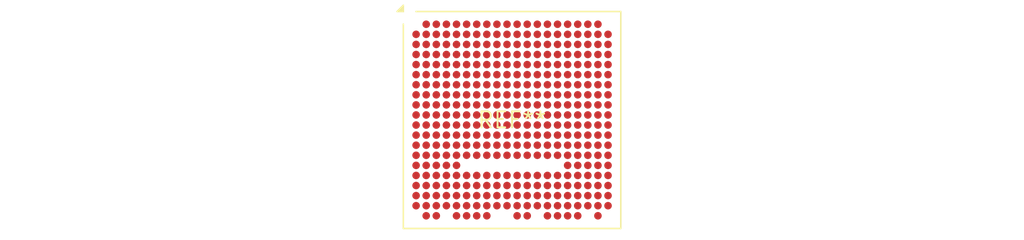
<source format=kicad_pcb>
(kicad_pcb (version 20240108) (generator pcbnew)
  (layers (0 "F.Cu" signal) (31 "B.Cu" signal) (34 "B.Paste" user) (35 "F.Paste" user) (36 "B.SilkS" user "B.Silkscreen") (37 "F.SilkS" user "F.Silkscreen") (38 "B.Mask" user) (39 "F.Mask" user) (44 "Edge.Cuts" user))
  (net 0 "")
  (footprint "Lattice_caBGA-381_17.0x17.0mm_Layout20x20_P0.8mm_Ball0.4mm_Pad0.6mm_SMD" (layer "F.Cu") (at 0 0)
    (property "Reference" "REF**")
    (property "Value" "Lattice_caBGA-381_17.0x17.0mm_Layout20x20_P0.8mm_Ball0.4mm_Pad0.6mm_SMD")
    (fp_line (start -8.61 8.61) (end -8.61 -7.61) (layer "F.SilkS") (stroke (width 0.12)))
    (fp_line (start -7.61 -8.61) (end 8.61 -8.61) (layer "F.SilkS") (stroke (width 0.12)))
    (fp_line (start 8.61 -8.61) (end 8.61 8.61) (layer "F.SilkS") (stroke (width 0.12)))
    (fp_line (start 8.61 8.61) (end -8.61 8.61) (layer "F.SilkS") (stroke (width 0.12)))
    (fp_poly (pts (xy -8.61 -8.61) (xy -9.11 -8.61) (xy -8.61 -9.11) (xy -8.61 -8.61)) (layer "F.SilkS") (stroke (width 0.12)) (fill solid))
    (pad "A2" smd circle (at -6.8 -7.6) (size 0.6 0.6) (property pad_prop_bga) (layers "F.Cu" "F.Paste" "F.Mask"))
    (pad "A3" smd circle (at -6 -7.6) (size 0.6 0.6) (property pad_prop_bga) (layers "F.Cu" "F.Paste" "F.Mask"))
    (pad "A4" smd circle (at -5.2 -7.6) (size 0.6 0.6) (property pad_prop_bga) (layers "F.Cu" "F.Paste" "F.Mask"))
    (pad "A5" smd circle (at -4.4 -7.6) (size 0.6 0.6) (property pad_prop_bga) (layers "F.Cu" "F.Paste" "F.Mask"))
    (pad "A6" smd circle (at -3.6 -7.6) (size 0.6 0.6) (property pad_prop_bga) (layers "F.Cu" "F.Paste" "F.Mask"))
    (pad "A7" smd circle (at -2.8 -7.6) (size 0.6 0.6) (property pad_prop_bga) (layers "F.Cu" "F.Paste" "F.Mask"))
    (pad "A8" smd circle (at -2 -7.6) (size 0.6 0.6) (property pad_prop_bga) (layers "F.Cu" "F.Paste" "F.Mask"))
    (pad "A9" smd circle (at -1.2 -7.6) (size 0.6 0.6) (property pad_prop_bga) (layers "F.Cu" "F.Paste" "F.Mask"))
    (pad "A10" smd circle (at -0.4 -7.6) (size 0.6 0.6) (property pad_prop_bga) (layers "F.Cu" "F.Paste" "F.Mask"))
    (pad "A11" smd circle (at 0.4 -7.6) (size 0.6 0.6) (property pad_prop_bga) (layers "F.Cu" "F.Paste" "F.Mask"))
    (pad "A12" smd circle (at 1.2 -7.6) (size 0.6 0.6) (property pad_prop_bga) (layers "F.Cu" "F.Paste" "F.Mask"))
    (pad "A13" smd circle (at 2 -7.6) (size 0.6 0.6) (property pad_prop_bga) (layers "F.Cu" "F.Paste" "F.Mask"))
    (pad "A14" smd circle (at 2.8 -7.6) (size 0.6 0.6) (property pad_prop_bga) (layers "F.Cu" "F.Paste" "F.Mask"))
    (pad "A15" smd circle (at 3.6 -7.6) (size 0.6 0.6) (property pad_prop_bga) (layers "F.Cu" "F.Paste" "F.Mask"))
    (pad "A16" smd circle (at 4.4 -7.6) (size 0.6 0.6) (property pad_prop_bga) (layers "F.Cu" "F.Paste" "F.Mask"))
    (pad "A17" smd circle (at 5.2 -7.6) (size 0.6 0.6) (property pad_prop_bga) (layers "F.Cu" "F.Paste" "F.Mask"))
    (pad "A18" smd circle (at 6 -7.6) (size 0.6 0.6) (property pad_prop_bga) (layers "F.Cu" "F.Paste" "F.Mask"))
    (pad "A19" smd circle (at 6.8 -7.6) (size 0.6 0.6) (property pad_prop_bga) (layers "F.Cu" "F.Paste" "F.Mask"))
    (pad "B1" smd circle (at -7.6 -6.8) (size 0.6 0.6) (property pad_prop_bga) (layers "F.Cu" "F.Paste" "F.Mask"))
    (pad "B2" smd circle (at -6.8 -6.8) (size 0.6 0.6) (property pad_prop_bga) (layers "F.Cu" "F.Paste" "F.Mask"))
    (pad "B3" smd circle (at -6 -6.8) (size 0.6 0.6) (property pad_prop_bga) (layers "F.Cu" "F.Paste" "F.Mask"))
    (pad "B4" smd circle (at -5.2 -6.8) (size 0.6 0.6) (property pad_prop_bga) (layers "F.Cu" "F.Paste" "F.Mask"))
    (pad "B5" smd circle (at -4.4 -6.8) (size 0.6 0.6) (property pad_prop_bga) (layers "F.Cu" "F.Paste" "F.Mask"))
    (pad "B6" smd circle (at -3.6 -6.8) (size 0.6 0.6) (property pad_prop_bga) (layers "F.Cu" "F.Paste" "F.Mask"))
    (pad "B7" smd circle (at -2.8 -6.8) (size 0.6 0.6) (property pad_prop_bga) (layers "F.Cu" "F.Paste" "F.Mask"))
    (pad "B8" smd circle (at -2 -6.8) (size 0.6 0.6) (property pad_prop_bga) (layers "F.Cu" "F.Paste" "F.Mask"))
    (pad "B9" smd circle (at -1.2 -6.8) (size 0.6 0.6) (property pad_prop_bga) (layers "F.Cu" "F.Paste" "F.Mask"))
    (pad "B10" smd circle (at -0.4 -6.8) (size 0.6 0.6) (property pad_prop_bga) (layers "F.Cu" "F.Paste" "F.Mask"))
    (pad "B11" smd circle (at 0.4 -6.8) (size 0.6 0.6) (property pad_prop_bga) (layers "F.Cu" "F.Paste" "F.Mask"))
    (pad "B12" smd circle (at 1.2 -6.8) (size 0.6 0.6) (property pad_prop_bga) (layers "F.Cu" "F.Paste" "F.Mask"))
    (pad "B13" smd circle (at 2 -6.8) (size 0.6 0.6) (property pad_prop_bga) (layers "F.Cu" "F.Paste" "F.Mask"))
    (pad "B14" smd circle (at 2.8 -6.8) (size 0.6 0.6) (property pad_prop_bga) (layers "F.Cu" "F.Paste" "F.Mask"))
    (pad "B15" smd circle (at 3.6 -6.8) (size 0.6 0.6) (property pad_prop_bga) (layers "F.Cu" "F.Paste" "F.Mask"))
    (pad "B16" smd circle (at 4.4 -6.8) (size 0.6 0.6) (property pad_prop_bga) (layers "F.Cu" "F.Paste" "F.Mask"))
    (pad "B17" smd circle (at 5.2 -6.8) (size 0.6 0.6) (property pad_prop_bga) (layers "F.Cu" "F.Paste" "F.Mask"))
    (pad "B18" smd circle (at 6 -6.8) (size 0.6 0.6) (property pad_prop_bga) (layers "F.Cu" "F.Paste" "F.Mask"))
    (pad "B19" smd circle (at 6.8 -6.8) (size 0.6 0.6) (property pad_prop_bga) (layers "F.Cu" "F.Paste" "F.Mask"))
    (pad "B20" smd circle (at 7.6 -6.8) (size 0.6 0.6) (property pad_prop_bga) (layers "F.Cu" "F.Paste" "F.Mask"))
    (pad "C1" smd circle (at -7.6 -6) (size 0.6 0.6) (property pad_prop_bga) (layers "F.Cu" "F.Paste" "F.Mask"))
    (pad "C2" smd circle (at -6.8 -6) (size 0.6 0.6) (property pad_prop_bga) (layers "F.Cu" "F.Paste" "F.Mask"))
    (pad "C3" smd circle (at -6 -6) (size 0.6 0.6) (property pad_prop_bga) (layers "F.Cu" "F.Paste" "F.Mask"))
    (pad "C4" smd circle (at -5.2 -6) (size 0.6 0.6) (property pad_prop_bga) (layers "F.Cu" "F.Paste" "F.Mask"))
    (pad "C5" smd circle (at -4.4 -6) (size 0.6 0.6) (property pad_prop_bga) (layers "F.Cu" "F.Paste" "F.Mask"))
    (pad "C6" smd circle (at -3.6 -6) (size 0.6 0.6) (property pad_prop_bga) (layers "F.Cu" "F.Paste" "F.Mask"))
    (pad "C7" smd circle (at -2.8 -6) (size 0.6 0.6) (property pad_prop_bga) (layers "F.Cu" "F.Paste" "F.Mask"))
    (pad "C8" smd circle (at -2 -6) (size 0.6 0.6) (property pad_prop_bga) (layers "F.Cu" "F.Paste" "F.Mask"))
    (pad "C9" smd circle (at -1.2 -6) (size 0.6 0.6) (property pad_prop_bga) (layers "F.Cu" "F.Paste" "F.Mask"))
    (pad "C10" smd circle (at -0.4 -6) (size 0.6 0.6) (property pad_prop_bga) (layers "F.Cu" "F.Paste" "F.Mask"))
    (pad "C11" smd circle (at 0.4 -6) (size 0.6 0.6) (property pad_prop_bga) (layers "F.Cu" "F.Paste" "F.Mask"))
    (pad "C12" smd circle (at 1.2 -6) (size 0.6 0.6) (property pad_prop_bga) (layers "F.Cu" "F.Paste" "F.Mask"))
    (pad "C13" smd circle (at 2 -6) (size 0.6 0.6) (property pad_prop_bga) (layers "F.Cu" "F.Paste" "F.Mask"))
    (pad "C14" smd circle (at 2.8 -6) (size 0.6 0.6) (property pad_prop_bga) (layers "F.Cu" "F.Paste" "F.Mask"))
    (pad "C15" smd circle (at 3.6 -6) (size 0.6 0.6) (property pad_prop_bga) (layers "F.Cu" "F.Paste" "F.Mask"))
    (pad "C16" smd circle (at 4.4 -6) (size 0.6 0.6) (property pad_prop_bga) (layers "F.Cu" "F.Paste" "F.Mask"))
    (pad "C17" smd circle (at 5.2 -6) (size 0.6 0.6) (property pad_prop_bga) (layers "F.Cu" "F.Paste" "F.Mask"))
    (pad "C18" smd circle (at 6 -6) (size 0.6 0.6) (property pad_prop_bga) (layers "F.Cu" "F.Paste" "F.Mask"))
    (pad "C19" smd circle (at 6.8 -6) (size 0.6 0.6) (property pad_prop_bga) (layers "F.Cu" "F.Paste" "F.Mask"))
    (pad "C20" smd circle (at 7.6 -6) (size 0.6 0.6) (property pad_prop_bga) (layers "F.Cu" "F.Paste" "F.Mask"))
    (pad "D1" smd circle (at -7.6 -5.2) (size 0.6 0.6) (property pad_prop_bga) (layers "F.Cu" "F.Paste" "F.Mask"))
    (pad "D2" smd circle (at -6.8 -5.2) (size 0.6 0.6) (property pad_prop_bga) (layers "F.Cu" "F.Paste" "F.Mask"))
    (pad "D3" smd circle (at -6 -5.2) (size 0.6 0.6) (property pad_prop_bga) (layers "F.Cu" "F.Paste" "F.Mask"))
    (pad "D4" smd circle (at -5.2 -5.2) (size 0.6 0.6) (property pad_prop_bga) (layers "F.Cu" "F.Paste" "F.Mask"))
    (pad "D5" smd circle (at -4.4 -5.2) (size 0.6 0.6) (property pad_prop_bga) (layers "F.Cu" "F.Paste" "F.Mask"))
    (pad "D6" smd circle (at -3.6 -5.2) (size 0.6 0.6) (property pad_prop_bga) (layers "F.Cu" "F.Paste" "F.Mask"))
    (pad "D7" smd circle (at -2.8 -5.2) (size 0.6 0.6) (property pad_prop_bga) (layers "F.Cu" "F.Paste" "F.Mask"))
    (pad "D8" smd circle (at -2 -5.2) (size 0.6 0.6) (property pad_prop_bga) (layers "F.Cu" "F.Paste" "F.Mask"))
    (pad "D9" smd circle (at -1.2 -5.2) (size 0.6 0.6) (property pad_prop_bga) (layers "F.Cu" "F.Paste" "F.Mask"))
    (pad "D10" smd circle (at -0.4 -5.2) (size 0.6 0.6) (property pad_prop_bga) (layers "F.Cu" "F.Paste" "F.Mask"))
    (pad "D11" smd circle (at 0.4 -5.2) (size 0.6 0.6) (property pad_prop_bga) (layers "F.Cu" "F.Paste" "F.Mask"))
    (pad "D12" smd circle (at 1.2 -5.2) (size 0.6 0.6) (property pad_prop_bga) (layers "F.Cu" "F.Paste" "F.Mask"))
    (pad "D13" smd circle (at 2 -5.2) (size 0.6 0.6) (property pad_prop_bga) (layers "F.Cu" "F.Paste" "F.Mask"))
    (pad "D14" smd circle (at 2.8 -5.2) (size 0.6 0.6) (property pad_prop_bga) (layers "F.Cu" "F.Paste" "F.Mask"))
    (pad "D15" smd circle (at 3.6 -5.2) (size 0.6 0.6) (property pad_prop_bga) (layers "F.Cu" "F.Paste" "F.Mask"))
    (pad "D16" smd circle (at 4.4 -5.2) (size 0.6 0.6) (property pad_prop_bga) (layers "F.Cu" "F.Paste" "F.Mask"))
    (pad "D17" smd circle (at 5.2 -5.2) (size 0.6 0.6) (property pad_prop_bga) (layers "F.Cu" "F.Paste" "F.Mask"))
    (pad "D18" smd circle (at 6 -5.2) (size 0.6 0.6) (property pad_prop_bga) (layers "F.Cu" "F.Paste" "F.Mask"))
    (pad "D19" smd circle (at 6.8 -5.2) (size 0.6 0.6) (property pad_prop_bga) (layers "F.Cu" "F.Paste" "F.Mask"))
    (pad "D20" smd circle (at 7.6 -5.2) (size 0.6 0.6) (property pad_prop_bga) (layers "F.Cu" "F.Paste" "F.Mask"))
    (pad "E1" smd circle (at -7.6 -4.4) (size 0.6 0.6) (property pad_prop_bga) (layers "F.Cu" "F.Paste" "F.Mask"))
    (pad "E2" smd circle (at -6.8 -4.4) (size 0.6 0.6) (property pad_prop_bga) (layers "F.Cu" "F.Paste" "F.Mask"))
    (pad "E3" smd circle (at -6 -4.4) (size 0.6 0.6) (property pad_prop_bga) (layers "F.Cu" "F.Paste" "F.Mask"))
    (pad "E4" smd circle (at -5.2 -4.4) (size 0.6 0.6) (property pad_prop_bga) (layers "F.Cu" "F.Paste" "F.Mask"))
    (pad "E5" smd circle (at -4.4 -4.4) (size 0.6 0.6) (property pad_prop_bga) (layers "F.Cu" "F.Paste" "F.Mask"))
    (pad "E6" smd circle (at -3.6 -4.4) (size 0.6 0.6) (property pad_prop_bga) (layers "F.Cu" "F.Paste" "F.Mask"))
    (pad "E7" smd circle (at -2.8 -4.4) (size 0.6 0.6) (property pad_prop_bga) (layers "F.Cu" "F.Paste" "F.Mask"))
    (pad "E8" smd circle (at -2 -4.4) (size 0.6 0.6) (property pad_prop_bga) (layers "F.Cu" "F.Paste" "F.Mask"))
    (pad "E9" smd circle (at -1.2 -4.4) (size 0.6 0.6) (property pad_prop_bga) (layers "F.Cu" "F.Paste" "F.Mask"))
    (pad "E10" smd circle (at -0.4 -4.4) (size 0.6 0.6) (property pad_prop_bga) (layers "F.Cu" "F.Paste" "F.Mask"))
    (pad "E11" smd circle (at 0.4 -4.4) (size 0.6 0.6) (property pad_prop_bga) (layers "F.Cu" "F.Paste" "F.Mask"))
    (pad "E12" smd circle (at 1.2 -4.4) (size 0.6 0.6) (property pad_prop_bga) (layers "F.Cu" "F.Paste" "F.Mask"))
    (pad "E13" smd circle (at 2 -4.4) (size 0.6 0.6) (property pad_prop_bga) (layers "F.Cu" "F.Paste" "F.Mask"))
    (pad "E14" smd circle (at 2.8 -4.4) (size 0.6 0.6) (property pad_prop_bga) (layers "F.Cu" "F.Paste" "F.Mask"))
    (pad "E15" smd circle (at 3.6 -4.4) (size 0.6 0.6) (property pad_prop_bga) (layers "F.Cu" "F.Paste" "F.Mask"))
    (pad "E16" smd circle (at 4.4 -4.4) (size 0.6 0.6) (property pad_prop_bga) (layers "F.Cu" "F.Paste" "F.Mask"))
    (pad "E17" smd circle (at 5.2 -4.4) (size 0.6 0.6) (property pad_prop_bga) (layers "F.Cu" "F.Paste" "F.Mask"))
    (pad "E18" smd circle (at 6 -4.4) (size 0.6 0.6) (property pad_prop_bga) (layers "F.Cu" "F.Paste" "F.Mask"))
    (pad "E19" smd circle (at 6.8 -4.4) (size 0.6 0.6) (property pad_prop_bga) (layers "F.Cu" "F.Paste" "F.Mask"))
    (pad "E20" smd circle (at 7.6 -4.4) (size 0.6 0.6) (property pad_prop_bga) (layers "F.Cu" "F.Paste" "F.Mask"))
    (pad "F1" smd circle (at -7.6 -3.6) (size 0.6 0.6) (property pad_prop_bga) (layers "F.Cu" "F.Paste" "F.Mask"))
    (pad "F2" smd circle (at -6.8 -3.6) (size 0.6 0.6) (property pad_prop_bga) (layers "F.Cu" "F.Paste" "F.Mask"))
    (pad "F3" smd circle (at -6 -3.6) (size 0.6 0.6) (property pad_prop_bga) (layers "F.Cu" "F.Paste" "F.Mask"))
    (pad "F4" smd circle (at -5.2 -3.6) (size 0.6 0.6) (property pad_prop_bga) (layers "F.Cu" "F.Paste" "F.Mask"))
    (pad "F5" smd circle (at -4.4 -3.6) (size 0.6 0.6) (property pad_prop_bga) (layers "F.Cu" "F.Paste" "F.Mask"))
    (pad "F6" smd circle (at -3.6 -3.6) (size 0.6 0.6) (property pad_prop_bga) (layers "F.Cu" "F.Paste" "F.Mask"))
    (pad "F7" smd circle (at -2.8 -3.6) (size 0.6 0.6) (property pad_prop_bga) (layers "F.Cu" "F.Paste" "F.Mask"))
    (pad "F8" smd circle (at -2 -3.6) (size 0.6 0.6) (property pad_prop_bga) (layers "F.Cu" "F.Paste" "F.Mask"))
    (pad "F9" smd circle (at -1.2 -3.6) (size 0.6 0.6) (property pad_prop_bga) (layers "F.Cu" "F.Paste" "F.Mask"))
    (pad "F10" smd circle (at -0.4 -3.6) (size 0.6 0.6) (property pad_prop_bga) (layers "F.Cu" "F.Paste" "F.Mask"))
    (pad "F11" smd circle (at 0.4 -3.6) (size 0.6 0.6) (property pad_prop_bga) (layers "F.Cu" "F.Paste" "F.Mask"))
    (pad "F12" smd circle (at 1.2 -3.6) (size 0.6 0.6) (property pad_prop_bga) (layers "F.Cu" "F.Paste" "F.Mask"))
    (pad "F13" smd circle (at 2 -3.6) (size 0.6 0.6) (property pad_prop_bga) (layers "F.Cu" "F.Paste" "F.Mask"))
    (pad "F14" smd circle (at 2.8 -3.6) (size 0.6 0.6) (property pad_prop_bga) (layers "F.Cu" "F.Paste" "F.Mask"))
    (pad "F15" smd circle (at 3.6 -3.6) (size 0.6 0.6) (property pad_prop_bga) (layers "F.Cu" "F.Paste" "F.Mask"))
    (pad "F16" smd circle (at 4.4 -3.6) (size 0.6 0.6) (property pad_prop_bga) (layers "F.Cu" "F.Paste" "F.Mask"))
    (pad "F17" smd circle (at 5.2 -3.6) (size 0.6 0.6) (property pad_prop_bga) (layers "F.Cu" "F.Paste" "F.Mask"))
    (pad "F18" smd circle (at 6 -3.6) (size 0.6 0.6) (property pad_prop_bga) (layers "F.Cu" "F.Paste" "F.Mask"))
    (pad "F19" smd circle (at 6.8 -3.6) (size 0.6 0.6) (property pad_prop_bga) (layers "F.Cu" "F.Paste" "F.Mask"))
    (pad "F20" smd circle (at 7.6 -3.6) (size 0.6 0.6) (property pad_prop_bga) (layers "F.Cu" "F.Paste" "F.Mask"))
    (pad "G1" smd circle (at -7.6 -2.8) (size 0.6 0.6) (property pad_prop_bga) (layers "F.Cu" "F.Paste" "F.Mask"))
    (pad "G2" smd circle (at -6.8 -2.8) (size 0.6 0.6) (property pad_prop_bga) (layers "F.Cu" "F.Paste" "F.Mask"))
    (pad "G3" smd circle (at -6 -2.8) (size 0.6 0.6) (property pad_prop_bga) (layers "F.Cu" "F.Paste" "F.Mask"))
    (pad "G4" smd circle (at -5.2 -2.8) (size 0.6 0.6) (property pad_prop_bga) (layers "F.Cu" "F.Paste" "F.Mask"))
    (pad "G5" smd circle (at -4.4 -2.8) (size 0.6 0.6) (property pad_prop_bga) (layers "F.Cu" "F.Paste" "F.Mask"))
    (pad "G6" smd circle (at -3.6 -2.8) (size 0.6 0.6) (property pad_prop_bga) (layers "F.Cu" "F.Paste" "F.Mask"))
    (pad "G7" smd circle (at -2.8 -2.8) (size 0.6 0.6) (property pad_prop_bga) (layers "F.Cu" "F.Paste" "F.Mask"))
    (pad "G8" smd circle (at -2 -2.8) (size 0.6 0.6) (property pad_prop_bga) (layers "F.Cu" "F.Paste" "F.Mask"))
    (pad "G9" smd circle (at -1.2 -2.8) (size 0.6 0.6) (property pad_prop_bga) (layers "F.Cu" "F.Paste" "F.Mask"))
    (pad "G10" smd circle (at -0.4 -2.8) (size 0.6 0.6) (property pad_prop_bga) (layers "F.Cu" "F.Paste" "F.Mask"))
    (pad "G11" smd circle (at 0.4 -2.8) (size 0.6 0.6) (property pad_prop_bga) (layers "F.Cu" "F.Paste" "F.Mask"))
    (pad "G12" smd circle (at 1.2 -2.8) (size 0.6 0.6) (property pad_prop_bga) (layers "F.Cu" "F.Paste" "F.Mask"))
    (pad "G13" smd circle (at 2 -2.8) (size 0.6 0.6) (property pad_prop_bga) (layers "F.Cu" "F.Paste" "F.Mask"))
    (pad "G14" smd circle (at 2.8 -2.8) (size 0.6 0.6) (property pad_prop_bga) (layers "F.Cu" "F.Paste" "F.Mask"))
    (pad "G15" smd circle (at 3.6 -2.8) (size 0.6 0.6) (property pad_prop_bga) (layers "F.Cu" "F.Paste" "F.Mask"))
    (pad "G16" smd circle (at 4.4 -2.8) (size 0.6 0.6) (property pad_prop_bga) (layers "F.Cu" "F.Paste" "F.Mask"))
    (pad "G17" smd circle (at 5.2 -2.8) (size 0.6 0.6) (property pad_prop_bga) (layers "F.Cu" "F.Paste" "F.Mask"))
    (pad "G18" smd circle (at 6 -2.8) (size 0.6 0.6) (property pad_prop_bga) (layers "F.Cu" "F.Paste" "F.Mask"))
    (pad "G19" smd circle (at 6.8 -2.8) (size 0.6 0.6) (property pad_prop_bga) (layers "F.Cu" "F.Paste" "F.Mask"))
    (pad "G20" smd circle (at 7.6 -2.8) (size 0.6 0.6) (property pad_prop_bga) (layers "F.Cu" "F.Paste" "F.Mask"))
    (pad "H1" smd circle (at -7.6 -2) (size 0.6 0.6) (property pad_prop_bga) (layers "F.Cu" "F.Paste" "F.Mask"))
    (pad "H2" smd circle (at -6.8 -2) (size 0.6 0.6) (property pad_prop_bga) (layers "F.Cu" "F.Paste" "F.Mask"))
    (pad "H3" smd circle (at -6 -2) (size 0.6 0.6) (property pad_prop_bga) (layers "F.Cu" "F.Paste" "F.Mask"))
    (pad "H4" smd circle (at -5.2 -2) (size 0.6 0.6) (property pad_prop_bga) (layers "F.Cu" "F.Paste" "F.Mask"))
    (pad "H5" smd circle (at -4.4 -2) (size 0.6 0.6) (property pad_prop_bga) (layers "F.Cu" "F.Paste" "F.Mask"))
    (pad "H6" smd circle (at -3.6 -2) (size 0.6 0.6) (property pad_prop_bga) (layers "F.Cu" "F.Paste" "F.Mask"))
    (pad "H7" smd circle (at -2.8 -2) (size 0.6 0.6) (property pad_prop_bga) (layers "F.Cu" "F.Paste" "F.Mask"))
    (pad "H8" smd circle (at -2 -2) (size 0.6 0.6) (property pad_prop_bga) (layers "F.Cu" "F.Paste" "F.Mask"))
    (pad "H9" smd circle (at -1.2 -2) (size 0.6 0.6) (property pad_prop_bga) (layers "F.Cu" "F.Paste" "F.Mask"))
    (pad "H10" smd circle (at -0.4 -2) (size 0.6 0.6) (property pad_prop_bga) (layers "F.Cu" "F.Paste" "F.Mask"))
    (pad "H11" smd circle (at 0.4 -2) (size 0.6 0.6) (property pad_prop_bga) (layers "F.Cu" "F.Paste" "F.Mask"))
    (pad "H12" smd circle (at 1.2 -2) (size 0.6 0.6) (property pad_prop_bga) (layers "F.Cu" "F.Paste" "F.Mask"))
    (pad "H13" smd circle (at 2 -2) (size 0.6 0.6) (property pad_prop_bga) (layers "F.Cu" "F.Paste" "F.Mask"))
    (pad "H14" smd circle (at 2.8 -2) (size 0.6 0.6) (property pad_prop_bga) (layers "F.Cu" "F.Paste" "F.Mask"))
    (pad "H15" smd circle (at 3.6 -2) (size 0.6 0.6) (property pad_prop_bga) (layers "F.Cu" "F.Paste" "F.Mask"))
    (pad "H16" smd circle (at 4.4 -2) (size 0.6 0.6) (property pad_prop_bga) (layers "F.Cu" "F.Paste" "F.Mask"))
    (pad "H17" smd circle (at 5.2 -2) (size 0.6 0.6) (property pad_prop_bga) (layers "F.Cu" "F.Paste" "F.Mask"))
    (pad "H18" smd circle (at 6 -2) (size 0.6 0.6) (property pad_prop_bga) (layers "F.Cu" "F.Paste" "F.Mask"))
    (pad "H19" smd circle (at 6.8 -2) (size 0.6 0.6) (property pad_prop_bga) (layers "F.Cu" "F.Paste" "F.Mask"))
    (pad "H20" smd circle (at 7.6 -2) (size 0.6 0.6) (property pad_prop_bga) (layers "F.Cu" "F.Paste" "F.Mask"))
    (pad "J1" smd circle (at -7.6 -1.2) (size 0.6 0.6) (property pad_prop_bga) (layers "F.Cu" "F.Paste" "F.Mask"))
    (pad "J2" smd circle (at -6.8 -1.2) (size 0.6 0.6) (property pad_prop_bga) (layers "F.Cu" "F.Paste" "F.Mask"))
    (pad "J3" smd circle (at -6 -1.2) (size 0.6 0.6) (property pad_prop_bga) (layers "F.Cu" "F.Paste" "F.Mask"))
    (pad "J4" smd circle (at -5.2 -1.2) (size 0.6 0.6) (property pad_prop_bga) (layers "F.Cu" "F.Paste" "F.Mask"))
    (pad "J5" smd circle (at -4.4 -1.2) (size 0.6 0.6) (property pad_prop_bga) (layers "F.Cu" "F.Paste" "F.Mask"))
    (pad "J6" smd circle (at -3.6 -1.2) (size 0.6 0.6) (property pad_prop_bga) (layers "F.Cu" "F.Paste" "F.Mask"))
    (pad "J7" smd circle (at -2.8 -1.2) (size 0.6 0.6) (property pad_prop_bga) (layers "F.Cu" "F.Paste" "F.Mask"))
    (pad "J8" smd circle (at -2 -1.2) (size 0.6 0.6) (property pad_prop_bga) (layers "F.Cu" "F.Paste" "F.Mask"))
    (pad "J9" smd circle (at -1.2 -1.2) (size 0.6 0.6) (property pad_prop_bga) (layers "F.Cu" "F.Paste" "F.Mask"))
    (pad "J10" smd circle (at -0.4 -1.2) (size 0.6 0.6) (property pad_prop_bga) (layers "F.Cu" "F.Paste" "F.Mask"))
    (pad "J11" smd circle (at 0.4 -1.2) (size 0.6 0.6) (property pad_prop_bga) (layers "F.Cu" "F.Paste" "F.Mask"))
    (pad "J12" smd circle (at 1.2 -1.2) (size 0.6 0.6) (property pad_prop_bga) (layers "F.Cu" "F.Paste" "F.Mask"))
    (pad "J13" smd circle (at 2 -1.2) (size 0.6 0.6) (property pad_prop_bga) (layers "F.Cu" "F.Paste" "F.Mask"))
    (pad "J14" smd circle (at 2.8 -1.2) (size 0.6 0.6) (property pad_prop_bga) (layers "F.Cu" "F.Paste" "F.Mask"))
    (pad "J15" smd circle (at 3.6 -1.2) (size 0.6 0.6) (property pad_prop_bga) (layers "F.Cu" "F.Paste" "F.Mask"))
    (pad "J16" smd circle (at 4.4 -1.2) (size 0.6 0.6) (property pad_prop_bga) (layers "F.Cu" "F.Paste" "F.Mask"))
    (pad "J17" smd circle (at 5.2 -1.2) (size 0.6 0.6) (property pad_prop_bga) (layers "F.Cu" "F.Paste" "F.Mask"))
    (pad "J18" smd circle (at 6 -1.2) (size 0.6 0.6) (property pad_prop_bga) (layers "F.Cu" "F.Paste" "F.Mask"))
    (pad "J19" smd circle (at 6.8 -1.2) (size 0.6 0.6) (property pad_prop_bga) (layers "F.Cu" "F.Paste" "F.Mask"))
    (pad "J20" smd circle (at 7.6 -1.2) (size 0.6 0.6) (property pad_prop_bga) (layers "F.Cu" "F.Paste" "F.Mask"))
    (pad "K1" smd circle (at -7.6 -0.4) (size 0.6 0.6) (property pad_prop_bga) (layers "F.Cu" "F.Paste" "F.Mask"))
    (pad "K2" smd circle (at -6.8 -0.4) (size 0.6 0.6) (property pad_prop_bga) (layers "F.Cu" "F.Paste" "F.Mask"))
    (pad "K3" smd circle (at -6 -0.4) (size 0.6 0.6) (property pad_prop_bga) (layers "F.Cu" "F.Paste" "F.Mask"))
    (pad "K4" smd circle (at -5.2 -0.4) (size 0.6 0.6) (property pad_prop_bga) (layers "F.Cu" "F.Paste" "F.Mask"))
    (pad "K5" smd circle (at -4.4 -0.4) (size 0.6 0.6) (property pad_prop_bga) (layers "F.Cu" "F.Paste" "F.Mask"))
    (pad "K6" smd circle (at -3.6 -0.4) (size 0.6 0.6) (property pad_prop_bga) (layers "F.Cu" "F.Paste" "F.Mask"))
    (pad "K7" smd circle (at -2.8 -0.4) (size 0.6 0.6) (property pad_prop_bga) (layers "F.Cu" "F.Paste" "F.Mask"))
    (pad "K8" smd circle (at -2 -0.4) (size 0.6 0.6) (property pad_prop_bga) (layers "F.Cu" "F.Paste" "F.Mask"))
    (pad "K9" smd circle (at -1.2 -0.4) (size 0.6 0.6) (property pad_prop_bga) (layers "F.Cu" "F.Paste" "F.Mask"))
    (pad "K10" smd circle (at -0.4 -0.4) (size 0.6 0.6) (property pad_prop_bga) (layers "F.Cu" "F.Paste" "F.Mask"))
    (pad "K11" smd circle (at 0.4 -0.4) (size 0.6 0.6) (property pad_prop_bga) (layers "F.Cu" "F.Paste" "F.Mask"))
    (pad "K12" smd circle (at 1.2 -0.4) (size 0.6 0.6) (property pad_prop_bga) (layers "F.Cu" "F.Paste" "F.Mask"))
    (pad "K13" smd circle (at 2 -0.4) (size 0.6 0.6) (property pad_prop_bga) (layers "F.Cu" "F.Paste" "F.Mask"))
    (pad "K14" smd circle (at 2.8 -0.4) (size 0.6 0.6) (property pad_prop_bga) (layers "F.Cu" "F.Paste" "F.Mask"))
    (pad "K15" smd circle (at 3.6 -0.4) (size 0.6 0.6) (property pad_prop_bga) (layers "F.Cu" "F.Paste" "F.Mask"))
    (pad "K16" smd circle (at 4.4 -0.4) (size 0.6 0.6) (property pad_prop_bga) (layers "F.Cu" "F.Paste" "F.Mask"))
    (pad "K17" smd circle (at 5.2 -0.4) (size 0.6 0.6) (property pad_prop_bga) (layers "F.Cu" "F.Paste" "F.Mask"))
    (pad "K18" smd circle (at 6 -0.4) (size 0.6 0.6) (property pad_prop_bga) (layers "F.Cu" "F.Paste" "F.Mask"))
    (pad "K19" smd circle (at 6.8 -0.4) (size 0.6 0.6) (property pad_prop_bga) (layers "F.Cu" "F.Paste" "F.Mask"))
    (pad "K20" smd circle (at 7.6 -0.4) (size 0.6 0.6) (property pad_prop_bga) (layers "F.Cu" "F.Paste" "F.Mask"))
    (pad "L1" smd circle (at -7.6 0.4) (size 0.6 0.6) (property pad_prop_bga) (layers "F.Cu" "F.Paste" "F.Mask"))
    (pad "L2" smd circle (at -6.8 0.4) (size 0.6 0.6) (property pad_prop_bga) (layers "F.Cu" "F.Paste" "F.Mask"))
    (pad "L3" smd circle (at -6 0.4) (size 0.6 0.6) (property pad_prop_bga) (layers "F.Cu" "F.Paste" "F.Mask"))
    (pad "L4" smd circle (at -5.2 0.4) (size 0.6 0.6) (property pad_prop_bga) (layers "F.Cu" "F.Paste" "F.Mask"))
    (pad "L5" smd circle (at -4.4 0.4) (size 0.6 0.6) (property pad_prop_bga) (layers "F.Cu" "F.Paste" "F.Mask"))
    (pad "L6" smd circle (at -3.6 0.4) (size 0.6 0.6) (property pad_prop_bga) (layers "F.Cu" "F.Paste" "F.Mask"))
    (pad "L7" smd circle (at -2.8 0.4) (size 0.6 0.6) (property pad_prop_bga) (layers "F.Cu" "F.Paste" "F.Mask"))
    (pad "L8" smd circle (at -2 0.4) (size 0.6 0.6) (property pad_prop_bga) (layers "F.Cu" "F.Paste" "F.Mask"))
    (pad "L9" smd circle (at -1.2 0.4) (size 0.6 0.6) (property pad_prop_bga) (layers "F.Cu" "F.Paste" "F.Mask"))
    (pad "L10" smd circle (at -0.4 0.4) (size 0.6 0.6) (property pad_prop_bga) (layers "F.Cu" "F.Paste" "F.Mask"))
    (pad "L11" smd circle (at 0.4 0.4) (size 0.6 0.6) (property pad_prop_bga) (layers "F.Cu" "F.Paste" "F.Mask"))
    (pad "L12" smd circle (at 1.2 0.4) (size 0.6 0.6) (property pad_prop_bga) (layers "F.Cu" "F.Paste" "F.Mask"))
    (pad "L13" smd circle (at 2 0.4) (size 0.6 0.6) (property pad_prop_bga) (layers "F.Cu" "F.Paste" "F.Mask"))
    (pad "L14" smd circle (at 2.8 0.4) (size 0.6 0.6) (property pad_prop_bga) (layers "F.Cu" "F.Paste" "F.Mask"))
    (pad "L15" smd circle (at 3.6 0.4) (size 0.6 0.6) (property pad_prop_bga) (layers "F.Cu" "F.Paste" "F.Mask"))
    (pad "L16" smd circle (at 4.4 0.4) (size 0.6 0.6) (property pad_prop_bga) (layers "F.Cu" "F.Paste" "F.Mask"))
    (pad "L17" smd circle (at 5.2 0.4) (size 0.6 0.6) (property pad_prop_bga) (layers "F.Cu" "F.Paste" "F.Mask"))
    (pad "L18" smd circle (at 6 0.4) (size 0.6 0.6) (property pad_prop_bga) (layers "F.Cu" "F.Paste" "F.Mask"))
    (pad "L19" smd circle (at 6.8 0.4) (size 0.6 0.6) (property pad_prop_bga) (layers "F.Cu" "F.Paste" "F.Mask"))
    (pad "L20" smd circle (at 7.6 0.4) (size 0.6 0.6) (property pad_prop_bga) (layers "F.Cu" "F.Paste" "F.Mask"))
    (pad "M1" smd circle (at -7.6 1.2) (size 0.6 0.6) (property pad_prop_bga) (layers "F.Cu" "F.Paste" "F.Mask"))
    (pad "M2" smd circle (at -6.8 1.2) (size 0.6 0.6) (property pad_prop_bga) (layers "F.Cu" "F.Paste" "F.Mask"))
    (pad "M3" smd circle (at -6 1.2) (size 0.6 0.6) (property pad_prop_bga) (layers "F.Cu" "F.Paste" "F.Mask"))
    (pad "M4" smd circle (at -5.2 1.2) (size 0.6 0.6) (property pad_prop_bga) (layers "F.Cu" "F.Paste" "F.Mask"))
    (pad "M5" smd circle (at -4.4 1.2) (size 0.6 0.6) (property pad_prop_bga) (layers "F.Cu" "F.Paste" "F.Mask"))
    (pad "M6" smd circle (at -3.6 1.2) (size 0.6 0.6) (property pad_prop_bga) (layers "F.Cu" "F.Paste" "F.Mask"))
    (pad "M7" smd circle (at -2.8 1.2) (size 0.6 0.6) (property pad_prop_bga) (layers "F.Cu" "F.Paste" "F.Mask"))
    (pad "M8" smd circle (at -2 1.2) (size 0.6 0.6) (property pad_prop_bga) (layers "F.Cu" "F.Paste" "F.Mask"))
    (pad "M9" smd circle (at -1.2 1.2) (size 0.6 0.6) (property pad_prop_bga) (layers "F.Cu" "F.Paste" "F.Mask"))
    (pad "M10" smd circle (at -0.4 1.2) (size 0.6 0.6) (property pad_prop_bga) (layers "F.Cu" "F.Paste" "F.Mask"))
    (pad "M11" smd circle (at 0.4 1.2) (size 0.6 0.6) (property pad_prop_bga) (layers "F.Cu" "F.Paste" "F.Mask"))
    (pad "M12" smd circle (at 1.2 1.2) (size 0.6 0.6) (property pad_prop_bga) (layers "F.Cu" "F.Paste" "F.Mask"))
    (pad "M13" smd circle (at 2 1.2) (size 0.6 0.6) (property pad_prop_bga) (layers "F.Cu" "F.Paste" "F.Mask"))
    (pad "M14" smd circle (at 2.8 1.2) (size 0.6 0.6) (property pad_prop_bga) (layers "F.Cu" "F.Paste" "F.Mask"))
    (pad "M15" smd circle (at 3.6 1.2) (size 0.6 0.6) (property pad_prop_bga) (layers "F.Cu" "F.Paste" "F.Mask"))
    (pad "M16" smd circle (at 4.4 1.2) (size 0.6 0.6) (property pad_prop_bga) (layers "F.Cu" "F.Paste" "F.Mask"))
    (pad "M17" smd circle (at 5.2 1.2) (size 0.6 0.6) (property pad_prop_bga) (layers "F.Cu" "F.Paste" "F.Mask"))
    (pad "M18" smd circle (at 6 1.2) (size 0.6 0.6) (property pad_prop_bga) (layers "F.Cu" "F.Paste" "F.Mask"))
    (pad "M19" smd circle (at 6.8 1.2) (size 0.6 0.6) (property pad_prop_bga) (layers "F.Cu" "F.Paste" "F.Mask"))
    (pad "M20" smd circle (at 7.6 1.2) (size 0.6 0.6) (property pad_prop_bga) (layers "F.Cu" "F.Paste" "F.Mask"))
    (pad "N1" smd circle (at -7.6 2) (size 0.6 0.6) (property pad_prop_bga) (layers "F.Cu" "F.Paste" "F.Mask"))
    (pad "N2" smd circle (at -6.8 2) (size 0.6 0.6) (property pad_prop_bga) (layers "F.Cu" "F.Paste" "F.Mask"))
    (pad "N3" smd circle (at -6 2) (size 0.6 0.6) (property pad_prop_bga) (layers "F.Cu" "F.Paste" "F.Mask"))
    (pad "N4" smd circle (at -5.2 2) (size 0.6 0.6) (property pad_prop_bga) (layers "F.Cu" "F.Paste" "F.Mask"))
    (pad "N5" smd circle (at -4.4 2) (size 0.6 0.6) (property pad_prop_bga) (layers "F.Cu" "F.Paste" "F.Mask"))
    (pad "N6" smd circle (at -3.6 2) (size 0.6 0.6) (property pad_prop_bga) (layers "F.Cu" "F.Paste" "F.Mask"))
    (pad "N7" smd circle (at -2.8 2) (size 0.6 0.6) (property pad_prop_bga) (layers "F.Cu" "F.Paste" "F.Mask"))
    (pad "N8" smd circle (at -2 2) (size 0.6 0.6) (property pad_prop_bga) (layers "F.Cu" "F.Paste" "F.Mask"))
    (pad "N9" smd circle (at -1.2 2) (size 0.6 0.6) (property pad_prop_bga) (layers "F.Cu" "F.Paste" "F.Mask"))
    (pad "N10" smd circle (at -0.4 2) (size 0.6 0.6) (property pad_prop_bga) (layers "F.Cu" "F.Paste" "F.Mask"))
    (pad "N11" smd circle (at 0.4 2) (size 0.6 0.6) (property pad_prop_bga) (layers "F.Cu" "F.Paste" "F.Mask"))
    (pad "N12" smd circle (at 1.2 2) (size 0.6 0.6) (property pad_prop_bga) (layers "F.Cu" "F.Paste" "F.Mask"))
    (pad "N13" smd circle (at 2 2) (size 0.6 0.6) (property pad_prop_bga) (layers "F.Cu" "F.Paste" "F.Mask"))
    (pad "N14" smd circle (at 2.8 2) (size 0.6 0.6) (property pad_prop_bga) (layers "F.Cu" "F.Paste" "F.Mask"))
    (pad "N15" smd circle (at 3.6 2) (size 0.6 0.6) (property pad_prop_bga) (layers "F.Cu" "F.Paste" "F.Mask"))
    (pad "N16" smd circle (at 4.4 2) (size 0.6 0.6) (property pad_prop_bga) (layers "F.Cu" "F.Paste" "F.Mask"))
    (pad "N17" smd circle (at 5.2 2) (size 0.6 0.6) (property pad_prop_bga) (layers "F.Cu" "F.Paste" "F.Mask"))
    (pad "N18" smd circle (at 6 2) (size 0.6 0.6) (property pad_prop_bga) (layers "F.Cu" "F.Paste" "F.Mask"))
    (pad "N19" smd circle (at 6.8 2) (size 0.6 0.6) (property pad_prop_bga) (layers "F.Cu" "F.Paste" "F.Mask"))
    (pad "N20" smd circle (at 7.6 2) (size 0.6 0.6) (property pad_prop_bga) (layers "F.Cu" "F.Paste" "F.Mask"))
    (pad "P1" smd circle (at -7.6 2.8) (size 0.6 0.6) (property pad_prop_bga) (layers "F.Cu" "F.Paste" "F.Mask"))
    (pad "P2" smd circle (at -6.8 2.8) (size 0.6 0.6) (property pad_prop_bga) (layers "F.Cu" "F.Paste" "F.Mask"))
    (pad "P3" smd circle (at -6 2.8) (size 0.6 0.6) (property pad_prop_bga) (layers "F.Cu" "F.Paste" "F.Mask"))
    (pad "P4" smd circle (at -5.2 2.8) (size 0.6 0.6) (property pad_prop_bga) (layers "F.Cu" "F.Paste" "F.Mask"))
    (pad "P5" smd circle (at -4.4 2.8) (size 0.6 0.6) (property pad_prop_bga) (layers "F.Cu" "F.Paste" "F.Mask"))
    (pad "P6" smd circle (at -3.6 2.8) (size 0.6 0.6) (property pad_prop_bga) (layers "F.Cu" "F.Paste" "F.Mask"))
    (pad "P7" smd circle (at -2.8 2.8) (size 0.6 0.6) (property pad_prop_bga) (layers "F.Cu" "F.Paste" "F.Mask"))
    (pad "P8" smd circle (at -2 2.8) (size 0.6 0.6) (property pad_prop_bga) (layers "F.Cu" "F.Paste" "F.Mask"))
    (pad "P9" smd circle (at -1.2 2.8) (size 0.6 0.6) (property pad_prop_bga) (layers "F.Cu" "F.Paste" "F.Mask"))
    (pad "P10" smd circle (at -0.4 2.8) (size 0.6 0.6) (property pad_prop_bga) (layers "F.Cu" "F.Paste" "F.Mask"))
    (pad "P11" smd circle (at 0.4 2.8) (size 0.6 0.6) (property pad_prop_bga) (layers "F.Cu" "F.Paste" "F.Mask"))
    (pad "P12" smd circle (at 1.2 2.8) (size 0.6 0.6) (property pad_prop_bga) (layers "F.Cu" "F.Paste" "F.Mask"))
    (pad "P13" smd circle (at 2 2.8) (size 0.6 0.6) (property pad_prop_bga) (layers "F.Cu" "F.Paste" "F.Mask"))
    (pad "P14" smd circle (at 2.8 2.8) (size 0.6 0.6) (property pad_prop_bga) (layers "F.Cu" "F.Paste" "F.Mask"))
    (pad "P15" smd circle (at 3.6 2.8) (size 0.6 0.6) (property pad_prop_bga) (layers "F.Cu" "F.Paste" "F.Mask"))
    (pad "P16" smd circle (at 4.4 2.8) (size 0.6 0.6) (property pad_prop_bga) (layers "F.Cu" "F.Paste" "F.Mask"))
    (pad "P17" smd circle (at 5.2 2.8) (size 0.6 0.6) (property pad_prop_bga) (layers "F.Cu" "F.Paste" "F.Mask"))
    (pad "P18" smd circle (at 6 2.8) (size 0.6 0.6) (property pad_prop_bga) (layers "F.Cu" "F.Paste" "F.Mask"))
    (pad "P19" smd circle (at 6.8 2.8) (size 0.6 0.6) (property pad_prop_bga) (layers "F.Cu" "F.Paste" "F.Mask"))
    (pad "P20" smd circle (at 7.6 2.8) (size 0.6 0.6) (property pad_prop_bga) (layers "F.Cu" "F.Paste" "F.Mask"))
    (pad "R1" smd circle (at -7.6 3.6) (size 0.6 0.6) (property pad_prop_bga) (layers "F.Cu" "F.Paste" "F.Mask"))
    (pad "R2" smd circle (at -6.8 3.6) (size 0.6 0.6) (property pad_prop_bga) (layers "F.Cu" "F.Paste" "F.Mask"))
    (pad "R3" smd circle (at -6 3.6) (size 0.6 0.6) (property pad_prop_bga) (layers "F.Cu" "F.Paste" "F.Mask"))
    (pad "R4" smd circle (at -5.2 3.6) (size 0.6 0.6) (property pad_prop_bga) (layers "F.Cu" "F.Paste" "F.Mask"))
    (pad "R5" smd circle (at -4.4 3.6) (size 0.6 0.6) (property pad_prop_bga) (layers "F.Cu" "F.Paste" "F.Mask"))
    (pad "R16" smd circle (at 4.4 3.6) (size 0.6 0.6) (property pad_prop_bga) (layers "F.Cu" "F.Paste" "F.Mask"))
    (pad "R17" smd circle (at 5.2 3.6) (size 0.6 0.6) (property pad_prop_bga) (layers "F.Cu" "F.Paste" "F.Mask"))
    (pad "R18" smd circle (at 6 3.6) (size 0.6 0.6) (property pad_prop_bga) (layers "F.Cu" "F.Paste" "F.Mask"))
    (pad "R19" smd circle (at 6.8 3.6) (size 0.6 0.6) (property pad_prop_bga) (layers "F.Cu" "F.Paste" "F.Mask"))
    (pad "R20" smd circle (at 7.6 3.6) (size 0.6 0.6) (property pad_prop_bga) (layers "F.Cu" "F.Paste" "F.Mask"))
    (pad "T1" smd circle (at -7.6 4.4) (size 0.6 0.6) (property pad_prop_bga) (layers "F.Cu" "F.Paste" "F.Mask"))
    (pad "T2" smd circle (at -6.8 4.4) (size 0.6 0.6) (property pad_prop_bga) (layers "F.Cu" "F.Paste" "F.Mask"))
    (pad "T3" smd circle (at -6 4.4) (size 0.6 0.6) (property pad_prop_bga) (layers "F.Cu" "F.Paste" "F.Mask"))
    (pad "T4" smd circle (at -5.2 4.4) (size 0.6 0.6) (property pad_prop_bga) (layers "F.Cu" "F.Paste" "F.Mask"))
    (pad "T5" smd circle (at -4.4 4.4) (size 0.6 0.6) (property pad_prop_bga) (layers "F.Cu" "F.Paste" "F.Mask"))
    (pad "T6" smd circle (at -3.6 4.4) (size 0.6 0.6) (property pad_prop_bga) (layers "F.Cu" "F.Paste" "F.Mask"))
    (pad "T7" smd circle (at -2.8 4.4) (size 0.6 0.6) (property pad_prop_bga) (layers "F.Cu" "F.Paste" "F.Mask"))
    (pad "T8" smd circle (at -2 4.4) (size 0.6 0.6) (property pad_prop_bga) (layers "F.Cu" "F.Paste" "F.Mask"))
    (pad "T9" smd circle (at -1.2 4.4) (size 0.6 0.6) (property pad_prop_bga) (layers "F.Cu" "F.Paste" "F.Mask"))
    (pad "T10" smd circle (at -0.4 4.4) (size 0.6 0.6) (property pad_prop_bga) (layers "F.Cu" "F.Paste" "F.Mask"))
    (pad "T11" smd circle (at 0.4 4.4) (size 0.6 0.6) (property pad_prop_bga) (layers "F.Cu" "F.Paste" "F.Mask"))
    (pad "T12" smd circle (at 1.2 4.4) (size 0.6 0.6) (property pad_prop_bga) (layers "F.Cu" "F.Paste" "F.Mask"))
    (pad "T13" smd circle (at 2 4.4) (size 0.6 0.6) (property pad_prop_bga) (layers "F.Cu" "F.Paste" "F.Mask"))
    (pad "T14" smd circle (at 2.8 4.4) (size 0.6 0.6) (property pad_prop_bga) (layers "F.Cu" "F.Paste" "F.Mask"))
    (pad "T15" smd circle (at 3.6 4.4) (size 0.6 0.6) (property pad_prop_bga) (layers "F.Cu" "F.Paste" "F.Mask"))
    (pad "T16" smd circle (at 4.4 4.4) (size 0.6 0.6) (property pad_prop_bga) (layers "F.Cu" "F.Paste" "F.Mask"))
    (pad "T17" smd circle (at 5.2 4.4) (size 0.6 0.6) (property pad_prop_bga) (layers "F.Cu" "F.Paste" "F.Mask"))
    (pad "T18" smd circle (at 6 4.4) (size 0.6 0.6) (property pad_prop_bga) (layers "F.Cu" "F.Paste" "F.Mask"))
    (pad "T19" smd circle (at 6.8 4.4) (size 0.6 0.6) (property pad_prop_bga) (layers "F.Cu" "F.Paste" "F.Mask"))
    (pad "T20" smd circle (at 7.6 4.4) (size 0.6 0.6) (property pad_prop_bga) (layers "F.Cu" "F.Paste" "F.Mask"))
    (pad "U1" smd circle (at -7.6 5.2) (size 0.6 0.6) (property pad_prop_bga) (layers "F.Cu" "F.Paste" "F.Mask"))
    (pad "U2" smd circle (at -6.8 5.2) (size 0.6 0.6) (property pad_prop_bga) (layers "F.Cu" "F.Paste" "F.Mask"))
    (pad "U3" smd circle (at -6 5.2) (size 0.6 0.6) (property pad_prop_bga) (layers "F.Cu" "F.Paste" "F.Mask"))
    (pad "U4" smd circle (at -5.2 5.2) (size 0.6 0.6) (property pad_prop_bga) (layers "F.Cu" "F.Paste" "F.Mask"))
    (pad "U5" smd circle (at -4.4 5.2) (size 0.6 0.6) (property pad_prop_bga) (layers "F.Cu" "F.Paste" "F.Mask"))
    (pad "U6" smd circle (at -3.6 5.2) (size 0.6 0.6) (property pad_prop_bga) (layers "F.Cu" "F.Paste" "F.Mask"))
    (pad "U7" smd circle (at -2.8 5.2) (size 0.6 0.6) (property pad_prop_bga) (layers "F.Cu" "F.Paste" "F.Mask"))
    (pad "U8" smd circle (at -2 5.2) (size 0.6 0.6) (property pad_prop_bga) (layers "F.Cu" "F.Paste" "F.Mask"))
    (pad "U9" smd circle (at -1.2 5.2) (size 0.6 0.6) (property pad_prop_bga) (layers "F.Cu" "F.Paste" "F.Mask"))
    (pad "U10" smd circle (at -0.4 5.2) (size 0.6 0.6) (property pad_prop_bga) (layers "F.Cu" "F.Paste" "F.Mask"))
    (pad "U11" smd circle (at 0.4 5.2) (size 0.6 0.6) (property pad_prop_bga) (layers "F.Cu" "F.Paste" "F.Mask"))
    (pad "U12" smd circle (at 1.2 5.2) (size 0.6 0.6) (property pad_prop_bga) (layers "F.Cu" "F.Paste" "F.Mask"))
    (pad "U13" smd circle (at 2 5.2) (size 0.6 0.6) (property pad_prop_bga) (layers "F.Cu" "F.Paste" "F.Mask"))
    (pad "U14" smd circle (at 2.8 5.2) (size 0.6 0.6) (property pad_prop_bga) (layers "F.Cu" "F.Paste" "F.Mask"))
    (pad "U15" smd circle (at 3.6 5.2) (size 0.6 0.6) (property pad_prop_bga) (layers "F.Cu" "F.Paste" "F.Mask"))
    (pad "U16" smd circle (at 4.4 5.2) (size 0.6 0.6) (property pad_prop_bga) (layers "F.Cu" "F.Paste" "F.Mask"))
    (pad "U17" smd circle (at 5.2 5.2) (size 0.6 0.6) (property pad_prop_bga) (layers "F.Cu" "F.Paste" "F.Mask"))
    (pad "U18" smd circle (at 6 5.2) (size 0.6 0.6) (property pad_prop_bga) (layers "F.Cu" "F.Paste" "F.Mask"))
    (pad "U19" smd circle (at 6.8 5.2) (size 0.6 0.6) (property pad_prop_bga) (layers "F.Cu" "F.Paste" "F.Mask"))
    (pad "U20" smd circle (at 7.6 5.2) (size 0.6 0.6) (property pad_prop_bga) (layers "F.Cu" "F.Paste" "F.Mask"))
    (pad "V1" smd circle (at -7.6 6) (size 0.6 0.6) (property pad_prop_bga) (layers "F.Cu" "F.Paste" "F.Mask"))
    (pad "V2" smd circle (at -6.8 6) (size 0.6 0.6) (property pad_prop_bga) (layers "F.Cu" "F.Paste" "F.Mask"))
    (pad "V3" smd circle (at -6 6) (size 0.6 0.6) (property pad_prop_bga) (layers "F.Cu" "F.Paste" "F.Mask"))
    (pad "V4" smd circle (at -5.2 6) (size 0.6 0.6) (property pad_prop_bga) (layers "F.Cu" "F.Paste" "F.Mask"))
    (pad "V5" smd circle (at -4.4 6) (size 0.6 0.6) (property pad_prop_bga) (layers "F.Cu" "F.Paste" "F.Mask"))
    (pad "V6" smd circle (at -3.6 6) (size 0.6 0.6) (property pad_prop_bga) (layers "F.Cu" "F.Paste" "F.Mask"))
    (pad "V7" smd circle (at -2.8 6) (size 0.6 0.6) (property pad_prop_bga) (layers "F.Cu" "F.Paste" "F.Mask"))
    (pad "V8" smd circle (at -2 6) (size 0.6 0.6) (property pad_prop_bga) (layers "F.Cu" "F.Paste" "F.Mask"))
    (pad "V9" smd circle (at -1.2 6) (size 0.6 0.6) (property pad_prop_bga) (layers "F.Cu" "F.Paste" "F.Mask"))
    (pad "V10" smd circle (at -0.4 6) (size 0.6 0.6) (property pad_prop_bga) (layers "F.Cu" "F.Paste" "F.Mask"))
    (pad "V11" smd circle (at 0.4 6) (size 0.6 0.6) (property pad_prop_bga) (layers "F.Cu" "F.Paste" "F.Mask"))
    (pad "V12" smd circle (at 1.2 6) (size 0.6 0.6) (property pad_prop_bga) (layers "F.Cu" "F.Paste" "F.Mask"))
    (pad "V13" smd circle (at 2 6) (size 0.6 0.6) (property pad_prop_bga) (layers "F.Cu" "F.Paste" "F.Mask"))
    (pad "V14" smd circle (at 2.8 6) (size 0.6 0.6) (property pad_prop_bga) (layers "F.Cu" "F.Paste" "F.Mask"))
    (pad "V15" smd circle (at 3.6 6) (size 0.6 0.6) (property pad_prop_bga) (layers "F.Cu" "F.Paste" "F.Mask"))
    (pad "V16" smd circle (at 4.4 6) (size 0.6 0.6) (property pad_prop_bga) (layers "F.Cu" "F.Paste" "F.Mask"))
    (pad "V17" smd circle (at 5.2 6) (size 0.6 0.6) (property pad_prop_bga) (layers "F.Cu" "F.Paste" "F.Mask"))
    (pad "V18" smd circle (at 6 6) (size 0.6 0.6) (property pad_prop_bga) (layers "F.Cu" "F.Paste" "F.Mask"))
    (pad "V19" smd circle (at 6.8 6) (size 0.6 0.6) (property pad_prop_bga) (layers "F.Cu" "F.Paste" "F.Mask"))
    (pad "V20" smd circle (at 7.6 6) (size 0.6 0.6) (property pad_prop_bga) (layers "F.Cu" "F.Paste" "F.Mask"))
    (pad "W1" smd circle (at -7.6 6.8) (size 0.6 0.6) (property pad_prop_bga) (layers "F.Cu" "F.Paste" "F.Mask"))
    (pad "W2" smd circle (at -6.8 6.8) (size 0.6 0.6) (property pad_prop_bga) (layers "F.Cu" "F.Paste" "F.Mask"))
    (pad "W3" smd circle (at -6 6.8) (size 0.6 0.6) (property pad_prop_bga) (layers "F.Cu" "F.Paste" "F.Mask"))
    (pad "W4" smd circle (at -5.2 6.8) (size 0.6 0.6) (property pad_prop_bga) (layers "F.Cu" "F.Paste" "F.Mask"))
    (pad "W5" smd circle (at -4.4 6.8) (size 0.6 0.6) (property pad_prop_bga) (layers "F.Cu" "F.Paste" "F.Mask"))
    (pad "W6" smd circle (at -3.6 6.8) (size 0.6 0.6) (property pad_prop_bga) (layers "F.Cu" "F.Paste" "F.Mask"))
    (pad "W7" smd circle (at -2.8 6.8) (size 0.6 0.6) (property pad_prop_bga) (layers "F.Cu" "F.Paste" "F.Mask"))
    (pad "W8" smd circle (at -2 6.8) (size 0.6 0.6) (property pad_prop_bga) (layers "F.Cu" "F.Paste" "F.Mask"))
    (pad "W9" smd circle (at -1.2 6.8) (size 0.6 0.6) (property pad_prop_bga) (layers "F.Cu" "F.Paste" "F.Mask"))
    (pad "W10" smd circle (at -0.4 6.8) (size 0.6 0.6) (property pad_prop_bga) (layers "F.Cu" "F.Paste" "F.Mask"))
    (pad "W11" smd circle (at 0.4 6.8) (size 0.6 0.6) (property pad_prop_bga) (layers "F.Cu" "F.Paste" "F.Mask"))
    (pad "W12" smd circle (at 1.2 6.8) (size 0.6 0.6) (property pad_prop_bga) (layers "F.Cu" "F.Paste" "F.Mask"))
    (pad "W13" smd circle (at 2 6.8) (size 0.6 0.6) (property pad_prop_bga) (layers "F.Cu" "F.Paste" "F.Mask"))
    (pad "W14" smd circle (at 2.8 6.8) (size 0.6 0.6) (property pad_prop_bga) (layers "F.Cu" "F.Paste" "F.Mask"))
    (pad "W15" smd circle (at 3.6 6.8) (size 0.6 0.6) (property pad_prop_bga) (layers "F.Cu" "F.Paste" "F.Mask"))
    (pad "W16" smd circle (at 4.4 6.8) (size 0.6 0.6) (property pad_prop_bga) (layers "F.Cu" "F.Paste" "F.Mask"))
    (pad "W17" smd circle (at 5.2 6.8) (size 0.6 0.6) (property pad_prop_bga) (layers "F.Cu" "F.Paste" "F.Mask"))
    (pad "W18" smd circle (at 6 6.8) (size 0.6 0.6) (property pad_prop_bga) (layers "F.Cu" "F.Paste" "F.Mask"))
    (pad "W19" smd circle (at 6.8 6.8) (size 0.6 0.6) (property pad_prop_bga) (layers "F.Cu" "F.Paste" "F.Mask"))
    (pad "W20" smd circle (at 7.6 6.8) (size 0.6 0.6) (property pad_prop_bga) (layers "F.Cu" "F.Paste" "F.Mask"))
    (pad "Y2" smd circle (at -6.8 7.6) (size 0.6 0.6) (property pad_prop_bga) (layers "F.Cu" "F.Paste" "F.Mask"))
    (pad "Y3" smd circle (at -6 7.6) (size 0.6 0.6) (property pad_prop_bga) (layers "F.Cu" "F.Paste" "F.Mask"))
    (pad "Y5" smd circle (at -4.4 7.6) (size 0.6 0.6) (property pad_prop_bga) (layers "F.Cu" "F.Paste" "F.Mask"))
    (pad "Y6" smd circle (at -3.6 7.6) (size 0.6 0.6) (property pad_prop_bga) (layers "F.Cu" "F.Paste" "F.Mask"))
    (pad "Y7" smd circle (at -2.8 7.6) (size 0.6 0.6) (property pad_prop_bga) (layers "F.Cu" "F.Paste" "F.Mask"))
    (pad "Y8" smd circle (at -2 7.6) (size 0.6 0.6) (property pad_prop_bga) (layers "F.Cu" "F.Paste" "F.Mask"))
    (pad "Y11" smd circle (at 0.4 7.6) (size 0.6 0.6) (property pad_prop_bga) (layers "F.Cu" "F.Paste" "F.Mask"))
    (pad "Y12" smd circle (at 1.2 7.6) (size 0.6 0.6) (property pad_prop_bga) (layers "F.Cu" "F.Paste" "F.Mask"))
    (pad "Y14" smd circle (at 2.8 7.6) (size 0.6 0.6) (property pad_prop_bga) (layers "F.Cu" "F.Paste" "F.Mask"))
    (pad "Y15" smd circle (at 3.6 7.6) (size 0.6 0.6) (property pad_prop_bga) (layers "F.Cu" "F.Paste" "F.Mask"))
    (pad "Y16" smd circle (at 4.4 7.6) (size 0.6 0.6) (property pad_prop_bga) (layers "F.Cu" "F.Paste" "F.Mask"))
    (pad "Y17" smd circle (at 5.2 7.6) (size 0.6 0.6) (property pad_prop_bga) (layers "F.Cu" "F.Paste" "F.Mask"))
    (pad "Y19" smd circle (at 6.8 7.6) (size 0.6 0.6) (property pad_prop_bga) (layers "F.Cu" "F.Paste" "F.Mask"))
  )
)
</source>
